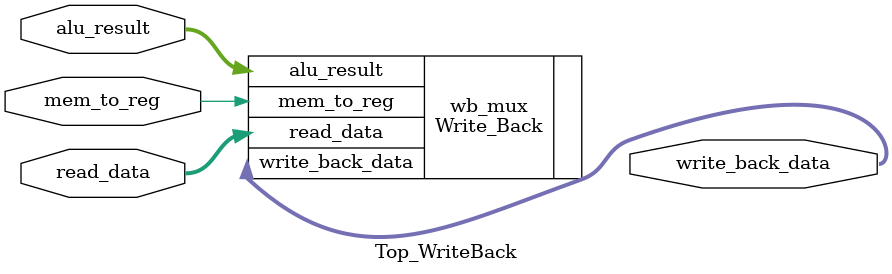
<source format=sv>
module Top_WriteBack (
    input  logic [31:0] alu_result,
    input  logic [31:0] read_data,
    input  logic        mem_to_reg,
    output logic [31:0] write_back_data
);
    Write_Back wb_mux (
        .alu_result(alu_result),
        .read_data(read_data),
        .mem_to_reg(mem_to_reg),
        .write_back_data(write_back_data)
    );
endmodule
</source>
